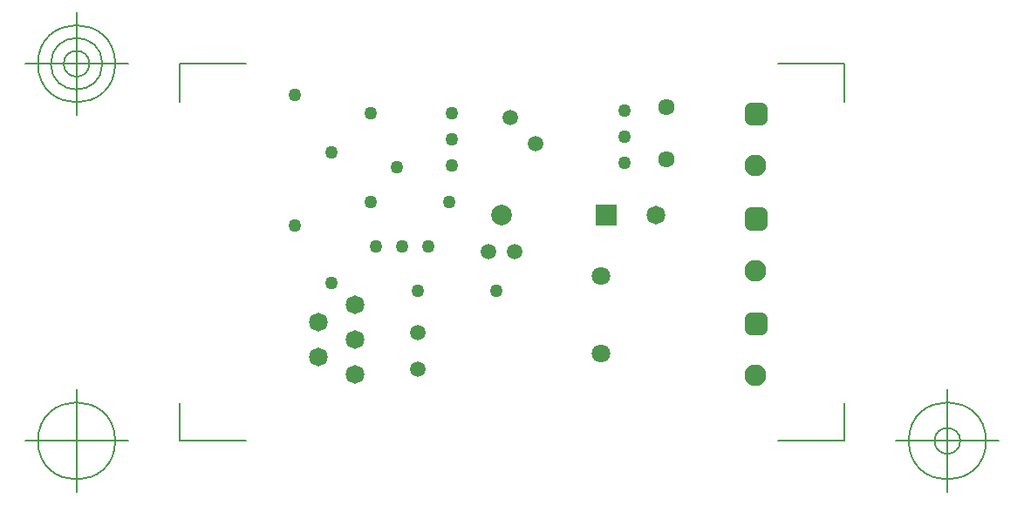
<source format=gbr>
G04 Generated by Ultiboard 11.0 *
%FSLAX25Y25*%
%MOIN*%

%ADD10C,0.00500*%
%ADD11C,0.05000*%
%ADD12C,0.06334*%
%ADD13C,0.07087*%
%ADD14R,0.07874X0.07874*%
%ADD15C,0.07874*%
%ADD16C,0.05906*%
%ADD17C,0.07166*%
%ADD18C,0.08334*%
%ADD19R,0.03750X0.03750*%
%ADD20C,0.05083*%


G04 ColorRGB 9900CC for the following layer *
%LNSolder Mask Bottom*%
%LPD*%
%FSLAX25Y25*%
%MOIN*%
G54D10*
X-34184Y-13512D02*
X-34184Y927D01*
X-34184Y-13512D02*
X-8778Y-13512D01*
X219874Y-13512D02*
X194468Y-13512D01*
X219874Y-13512D02*
X219874Y927D01*
X219874Y130874D02*
X219874Y116435D01*
X219874Y130874D02*
X194468Y130874D01*
X-34184Y130874D02*
X-8778Y130874D01*
X-34184Y130874D02*
X-34184Y116435D01*
X-53869Y-13512D02*
X-93239Y-13512D01*
X-73554Y-33197D02*
X-73554Y6173D01*
X-88318Y-13512D02*
G75*
D01*
G02X-88318Y-13512I14764J0*
G01*
X239559Y-13512D02*
X278929Y-13512D01*
X259244Y-33197D02*
X259244Y6173D01*
X244480Y-13512D02*
G75*
D01*
G02X244480Y-13512I14764J0*
G01*
X254323Y-13512D02*
G75*
D01*
G02X254323Y-13512I4921J0*
G01*
X-53869Y130874D02*
X-93239Y130874D01*
X-73554Y111189D02*
X-73554Y150559D01*
X-88318Y130874D02*
G75*
D01*
G02X-88318Y130874I14764J0*
G01*
X-83396Y130874D02*
G75*
D01*
G02X-83396Y130874I9843J0*
G01*
X-78475Y130874D02*
G75*
D01*
G02X-78475Y130874I4921J0*
G01*
G54D11*
X136000Y93000D03*
X136000Y113000D03*
X136000Y103000D03*
X70000Y92000D03*
X70000Y112000D03*
X70000Y102000D03*
X39000Y78000D03*
X69000Y78000D03*
X57000Y44000D03*
X87000Y44000D03*
X61000Y61000D03*
X51000Y61000D03*
X41000Y61000D03*
X24000Y47000D03*
X24000Y97000D03*
X10000Y69000D03*
X10000Y119000D03*
X49000Y91167D03*
X39000Y112000D03*
G54D12*
X152000Y94333D03*
X152000Y114333D03*
G54D13*
X127000Y49528D03*
X127000Y20000D03*
G54D14*
X129000Y73000D03*
G54D15*
X89000Y73000D03*
G54D16*
X57000Y27780D03*
X57000Y14000D03*
X93843Y59000D03*
X84000Y59000D03*
X92256Y110124D03*
X102000Y100380D03*
G54D17*
X33000Y25333D03*
X33000Y12000D03*
X33000Y38667D03*
X18833Y32000D03*
X18833Y18667D03*
X148000Y73000D03*
G54D18*
X186000Y91833D03*
X186000Y51590D03*
X186000Y11520D03*
G54D19*
X186000Y111833D03*
X186000Y71590D03*
X186000Y31520D03*
G54D20*
X184125Y109958D02*
X187875Y109958D01*
X187875Y113708D01*
X184125Y113708D01*
X184125Y109958D01*D02*
X184125Y69715D02*
X187875Y69715D01*
X187875Y73465D01*
X184125Y73465D01*
X184125Y69715D01*D02*
X184125Y29645D02*
X187875Y29645D01*
X187875Y33395D01*
X184125Y33395D01*
X184125Y29645D01*D02*

M00*

</source>
